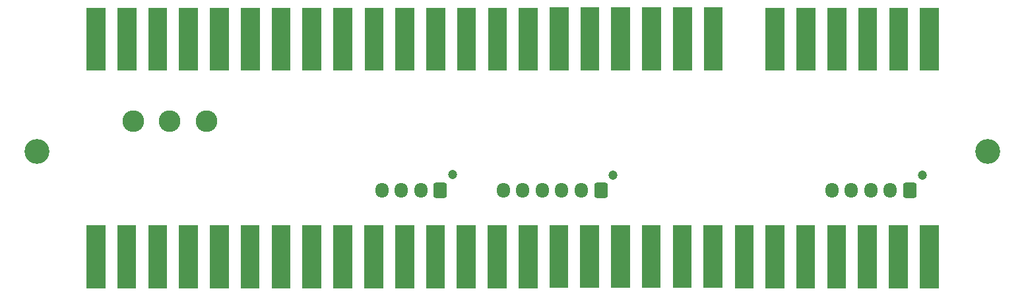
<source format=gbr>
%TF.GenerationSoftware,KiCad,Pcbnew,(6.0.8)*%
%TF.CreationDate,2022-12-30T17:29:19+02:00*%
%TF.ProjectId,mahjong_jamma_adapter,6d61686a-6f6e-4675-9f6a-616d6d615f61,rev?*%
%TF.SameCoordinates,Original*%
%TF.FileFunction,Soldermask,Bot*%
%TF.FilePolarity,Negative*%
%FSLAX46Y46*%
G04 Gerber Fmt 4.6, Leading zero omitted, Abs format (unit mm)*
G04 Created by KiCad (PCBNEW (6.0.8)) date 2022-12-30 17:29:19*
%MOMM*%
%LPD*%
G01*
G04 APERTURE LIST*
G04 Aperture macros list*
%AMRoundRect*
0 Rectangle with rounded corners*
0 $1 Rounding radius*
0 $2 $3 $4 $5 $6 $7 $8 $9 X,Y pos of 4 corners*
0 Add a 4 corners polygon primitive as box body*
4,1,4,$2,$3,$4,$5,$6,$7,$8,$9,$2,$3,0*
0 Add four circle primitives for the rounded corners*
1,1,$1+$1,$2,$3*
1,1,$1+$1,$4,$5*
1,1,$1+$1,$6,$7*
1,1,$1+$1,$8,$9*
0 Add four rect primitives between the rounded corners*
20,1,$1+$1,$2,$3,$4,$5,0*
20,1,$1+$1,$4,$5,$6,$7,0*
20,1,$1+$1,$6,$7,$8,$9,0*
20,1,$1+$1,$8,$9,$2,$3,0*%
G04 Aperture macros list end*
%ADD10C,0.100000*%
%ADD11C,1.200000*%
%ADD12RoundRect,0.250000X0.600000X0.725000X-0.600000X0.725000X-0.600000X-0.725000X0.600000X-0.725000X0*%
%ADD13O,1.700000X1.950000*%
%ADD14C,3.200000*%
%ADD15C,2.781000*%
G04 APERTURE END LIST*
%TO.C,AUDIO*%
G36*
X116228100Y-79999700D02*
G01*
X113891300Y-79999700D01*
X113891300Y-72011400D01*
X116228100Y-72011400D01*
X116228100Y-79999700D01*
G37*
D10*
X116228100Y-79999700D02*
X113891300Y-79999700D01*
X113891300Y-72011400D01*
X116228100Y-72011400D01*
X116228100Y-79999700D01*
G36*
X151912560Y-80002240D02*
G01*
X149575760Y-80002240D01*
X149575760Y-72013940D01*
X151912560Y-72013940D01*
X151912560Y-80002240D01*
G37*
X151912560Y-80002240D02*
X149575760Y-80002240D01*
X149575760Y-72013940D01*
X151912560Y-72013940D01*
X151912560Y-80002240D01*
G36*
X171676300Y-79999700D02*
G01*
X169339500Y-79999700D01*
X169339500Y-72011400D01*
X171676300Y-72011400D01*
X171676300Y-79999700D01*
G37*
X171676300Y-79999700D02*
X169339500Y-79999700D01*
X169339500Y-72011400D01*
X171676300Y-72011400D01*
X171676300Y-79999700D01*
G36*
X96403400Y-79999700D02*
G01*
X94066600Y-79999700D01*
X94066600Y-72011400D01*
X96403400Y-72011400D01*
X96403400Y-79999700D01*
G37*
X96403400Y-79999700D02*
X94066600Y-79999700D01*
X94066600Y-72011400D01*
X96403400Y-72011400D01*
X96403400Y-79999700D01*
G36*
X143952200Y-79987000D02*
G01*
X141615400Y-79987000D01*
X141615400Y-71998700D01*
X143952200Y-71998700D01*
X143952200Y-79987000D01*
G37*
X143952200Y-79987000D02*
X141615400Y-79987000D01*
X141615400Y-71998700D01*
X143952200Y-71998700D01*
X143952200Y-79987000D01*
G36*
X84541600Y-80012400D02*
G01*
X82204800Y-80012400D01*
X82204800Y-72024100D01*
X84541600Y-72024100D01*
X84541600Y-80012400D01*
G37*
X84541600Y-80012400D02*
X82204800Y-80012400D01*
X82204800Y-72024100D01*
X84541600Y-72024100D01*
X84541600Y-80012400D01*
G36*
X132065000Y-79987000D02*
G01*
X129728200Y-79987000D01*
X129728200Y-71998700D01*
X132065000Y-71998700D01*
X132065000Y-79987000D01*
G37*
X132065000Y-79987000D02*
X129728200Y-79987000D01*
X129728200Y-71998700D01*
X132065000Y-71998700D01*
X132065000Y-79987000D01*
G36*
X167701200Y-79999700D02*
G01*
X165364400Y-79999700D01*
X165364400Y-72011400D01*
X167701200Y-72011400D01*
X167701200Y-79999700D01*
G37*
X167701200Y-79999700D02*
X165364400Y-79999700D01*
X165364400Y-72011400D01*
X167701200Y-72011400D01*
X167701200Y-79999700D01*
G36*
X163751500Y-79999700D02*
G01*
X161414700Y-79999700D01*
X161414700Y-72011400D01*
X163751500Y-72011400D01*
X163751500Y-79999700D01*
G37*
X163751500Y-79999700D02*
X161414700Y-79999700D01*
X161414700Y-72011400D01*
X163751500Y-72011400D01*
X163751500Y-79999700D01*
G36*
X80566500Y-80012400D02*
G01*
X78229700Y-80012400D01*
X78229700Y-72024100D01*
X80566500Y-72024100D01*
X80566500Y-80012400D01*
G37*
X80566500Y-80012400D02*
X78229700Y-80012400D01*
X78229700Y-72024100D01*
X80566500Y-72024100D01*
X80566500Y-80012400D01*
G36*
X72654400Y-80012400D02*
G01*
X70317600Y-80012400D01*
X70317600Y-72024100D01*
X72654400Y-72024100D01*
X72654400Y-80012400D01*
G37*
X72654400Y-80012400D02*
X70317600Y-80012400D01*
X70317600Y-72024100D01*
X72654400Y-72024100D01*
X72654400Y-80012400D01*
G36*
X147901900Y-79987000D02*
G01*
X145565100Y-79987000D01*
X145565100Y-71998700D01*
X147901900Y-71998700D01*
X147901900Y-79987000D01*
G37*
X147901900Y-79987000D02*
X145565100Y-79987000D01*
X145565100Y-71998700D01*
X147901900Y-71998700D01*
X147901900Y-79987000D01*
G36*
X88491300Y-80012400D02*
G01*
X86154500Y-80012400D01*
X86154500Y-72024100D01*
X88491300Y-72024100D01*
X88491300Y-80012400D01*
G37*
X88491300Y-80012400D02*
X86154500Y-80012400D01*
X86154500Y-72024100D01*
X88491300Y-72024100D01*
X88491300Y-80012400D01*
G36*
X155839400Y-79999700D02*
G01*
X153502600Y-79999700D01*
X153502600Y-72011400D01*
X155839400Y-72011400D01*
X155839400Y-79999700D01*
G37*
X155839400Y-79999700D02*
X153502600Y-79999700D01*
X153502600Y-72011400D01*
X155839400Y-72011400D01*
X155839400Y-79999700D01*
G36*
X92453700Y-79999700D02*
G01*
X90116900Y-79999700D01*
X90116900Y-72011400D01*
X92453700Y-72011400D01*
X92453700Y-79999700D01*
G37*
X92453700Y-79999700D02*
X90116900Y-79999700D01*
X90116900Y-72011400D01*
X92453700Y-72011400D01*
X92453700Y-79999700D01*
G36*
X128115300Y-79987000D02*
G01*
X125778500Y-79987000D01*
X125778500Y-71998700D01*
X128115300Y-71998700D01*
X128115300Y-79987000D01*
G37*
X128115300Y-79987000D02*
X125778500Y-79987000D01*
X125778500Y-71998700D01*
X128115300Y-71998700D01*
X128115300Y-79987000D01*
G36*
X159789100Y-79999700D02*
G01*
X157452300Y-79999700D01*
X157452300Y-72011400D01*
X159789100Y-72011400D01*
X159789100Y-79999700D01*
G37*
X159789100Y-79999700D02*
X157452300Y-79999700D01*
X157452300Y-72011400D01*
X159789100Y-72011400D01*
X159789100Y-79999700D01*
G36*
X76616800Y-80012400D02*
G01*
X74280000Y-80012400D01*
X74280000Y-72024100D01*
X76616800Y-72024100D01*
X76616800Y-80012400D01*
G37*
X76616800Y-80012400D02*
X74280000Y-80012400D01*
X74280000Y-72024100D01*
X76616800Y-72024100D01*
X76616800Y-80012400D01*
G36*
X139977100Y-79987000D02*
G01*
X137640300Y-79987000D01*
X137640300Y-71998700D01*
X139977100Y-71998700D01*
X139977100Y-79987000D01*
G37*
X139977100Y-79987000D02*
X137640300Y-79987000D01*
X137640300Y-71998700D01*
X139977100Y-71998700D01*
X139977100Y-79987000D01*
G36*
X100365800Y-79999700D02*
G01*
X98029000Y-79999700D01*
X98029000Y-72011400D01*
X100365800Y-72011400D01*
X100365800Y-79999700D01*
G37*
X100365800Y-79999700D02*
X98029000Y-79999700D01*
X98029000Y-72011400D01*
X100365800Y-72011400D01*
X100365800Y-79999700D01*
G36*
X108316000Y-79999700D02*
G01*
X105979200Y-79999700D01*
X105979200Y-72011400D01*
X108316000Y-72011400D01*
X108316000Y-79999700D01*
G37*
X108316000Y-79999700D02*
X105979200Y-79999700D01*
X105979200Y-72011400D01*
X108316000Y-72011400D01*
X108316000Y-79999700D01*
G36*
X120203200Y-79999700D02*
G01*
X117866400Y-79999700D01*
X117866400Y-72011400D01*
X120203200Y-72011400D01*
X120203200Y-79999700D01*
G37*
X120203200Y-79999700D02*
X117866400Y-79999700D01*
X117866400Y-72011400D01*
X120203200Y-72011400D01*
X120203200Y-79999700D01*
G36*
X112278400Y-79999700D02*
G01*
X109941600Y-79999700D01*
X109941600Y-72011400D01*
X112278400Y-72011400D01*
X112278400Y-79999700D01*
G37*
X112278400Y-79999700D02*
X109941600Y-79999700D01*
X109941600Y-72011400D01*
X112278400Y-72011400D01*
X112278400Y-79999700D01*
G36*
X136027400Y-79987000D02*
G01*
X133690600Y-79987000D01*
X133690600Y-71998700D01*
X136027400Y-71998700D01*
X136027400Y-79987000D01*
G37*
X136027400Y-79987000D02*
X133690600Y-79987000D01*
X133690600Y-71998700D01*
X136027400Y-71998700D01*
X136027400Y-79987000D01*
G36*
X175626000Y-79999700D02*
G01*
X173289200Y-79999700D01*
X173289200Y-72011400D01*
X175626000Y-72011400D01*
X175626000Y-79999700D01*
G37*
X175626000Y-79999700D02*
X173289200Y-79999700D01*
X173289200Y-72011400D01*
X175626000Y-72011400D01*
X175626000Y-79999700D01*
G36*
X124152900Y-79999700D02*
G01*
X121816100Y-79999700D01*
X121816100Y-72011400D01*
X124152900Y-72011400D01*
X124152900Y-79999700D01*
G37*
X124152900Y-79999700D02*
X121816100Y-79999700D01*
X121816100Y-72011400D01*
X124152900Y-72011400D01*
X124152900Y-79999700D01*
G36*
X104366300Y-79999700D02*
G01*
X102029500Y-79999700D01*
X102029500Y-72011400D01*
X104366300Y-72011400D01*
X104366300Y-79999700D01*
G37*
X104366300Y-79999700D02*
X102029500Y-79999700D01*
X102029500Y-72011400D01*
X104366300Y-72011400D01*
X104366300Y-79999700D01*
G36*
X68704700Y-80012400D02*
G01*
X66367900Y-80012400D01*
X66367900Y-72024100D01*
X68704700Y-72024100D01*
X68704700Y-80012400D01*
G37*
X68704700Y-80012400D02*
X66367900Y-80012400D01*
X66367900Y-72024100D01*
X68704700Y-72024100D01*
X68704700Y-80012400D01*
%TO.C,J1*%
G36*
X120223200Y-51999700D02*
G01*
X117886400Y-51999700D01*
X117886400Y-44011400D01*
X120223200Y-44011400D01*
X120223200Y-51999700D01*
G37*
X120223200Y-51999700D02*
X117886400Y-51999700D01*
X117886400Y-44011400D01*
X120223200Y-44011400D01*
X120223200Y-51999700D01*
G36*
X163771500Y-51999700D02*
G01*
X161434700Y-51999700D01*
X161434700Y-44011400D01*
X163771500Y-44011400D01*
X163771500Y-51999700D01*
G37*
X163771500Y-51999700D02*
X161434700Y-51999700D01*
X161434700Y-44011400D01*
X163771500Y-44011400D01*
X163771500Y-51999700D01*
G36*
X143972200Y-51987000D02*
G01*
X141635400Y-51987000D01*
X141635400Y-43998700D01*
X143972200Y-43998700D01*
X143972200Y-51987000D01*
G37*
X143972200Y-51987000D02*
X141635400Y-51987000D01*
X141635400Y-43998700D01*
X143972200Y-43998700D01*
X143972200Y-51987000D01*
G36*
X155859400Y-51999700D02*
G01*
X153522600Y-51999700D01*
X153522600Y-44011400D01*
X155859400Y-44011400D01*
X155859400Y-51999700D01*
G37*
X155859400Y-51999700D02*
X153522600Y-51999700D01*
X153522600Y-44011400D01*
X155859400Y-44011400D01*
X155859400Y-51999700D01*
G36*
X84561600Y-52012400D02*
G01*
X82224800Y-52012400D01*
X82224800Y-44024100D01*
X84561600Y-44024100D01*
X84561600Y-52012400D01*
G37*
X84561600Y-52012400D02*
X82224800Y-52012400D01*
X82224800Y-44024100D01*
X84561600Y-44024100D01*
X84561600Y-52012400D01*
G36*
X128135300Y-51987000D02*
G01*
X125798500Y-51987000D01*
X125798500Y-43998700D01*
X128135300Y-43998700D01*
X128135300Y-51987000D01*
G37*
X128135300Y-51987000D02*
X125798500Y-51987000D01*
X125798500Y-43998700D01*
X128135300Y-43998700D01*
X128135300Y-51987000D01*
G36*
X108336000Y-51999700D02*
G01*
X105999200Y-51999700D01*
X105999200Y-44011400D01*
X108336000Y-44011400D01*
X108336000Y-51999700D01*
G37*
X108336000Y-51999700D02*
X105999200Y-51999700D01*
X105999200Y-44011400D01*
X108336000Y-44011400D01*
X108336000Y-51999700D01*
G36*
X104386300Y-51999700D02*
G01*
X102049500Y-51999700D01*
X102049500Y-44011400D01*
X104386300Y-44011400D01*
X104386300Y-51999700D01*
G37*
X104386300Y-51999700D02*
X102049500Y-51999700D01*
X102049500Y-44011400D01*
X104386300Y-44011400D01*
X104386300Y-51999700D01*
G36*
X88511300Y-52012400D02*
G01*
X86174500Y-52012400D01*
X86174500Y-44024100D01*
X88511300Y-44024100D01*
X88511300Y-52012400D01*
G37*
X88511300Y-52012400D02*
X86174500Y-52012400D01*
X86174500Y-44024100D01*
X88511300Y-44024100D01*
X88511300Y-52012400D01*
G36*
X116248100Y-51999700D02*
G01*
X113911300Y-51999700D01*
X113911300Y-44011400D01*
X116248100Y-44011400D01*
X116248100Y-51999700D01*
G37*
X116248100Y-51999700D02*
X113911300Y-51999700D01*
X113911300Y-44011400D01*
X116248100Y-44011400D01*
X116248100Y-51999700D01*
G36*
X159809100Y-51999700D02*
G01*
X157472300Y-51999700D01*
X157472300Y-44011400D01*
X159809100Y-44011400D01*
X159809100Y-51999700D01*
G37*
X159809100Y-51999700D02*
X157472300Y-51999700D01*
X157472300Y-44011400D01*
X159809100Y-44011400D01*
X159809100Y-51999700D01*
G36*
X76636800Y-52012400D02*
G01*
X74300000Y-52012400D01*
X74300000Y-44024100D01*
X76636800Y-44024100D01*
X76636800Y-52012400D01*
G37*
X76636800Y-52012400D02*
X74300000Y-52012400D01*
X74300000Y-44024100D01*
X76636800Y-44024100D01*
X76636800Y-52012400D01*
G36*
X68724700Y-52012400D02*
G01*
X66387900Y-52012400D01*
X66387900Y-44024100D01*
X68724700Y-44024100D01*
X68724700Y-52012400D01*
G37*
X68724700Y-52012400D02*
X66387900Y-52012400D01*
X66387900Y-44024100D01*
X68724700Y-44024100D01*
X68724700Y-52012400D01*
G36*
X136047400Y-51987000D02*
G01*
X133710600Y-51987000D01*
X133710600Y-43998700D01*
X136047400Y-43998700D01*
X136047400Y-51987000D01*
G37*
X136047400Y-51987000D02*
X133710600Y-51987000D01*
X133710600Y-43998700D01*
X136047400Y-43998700D01*
X136047400Y-51987000D01*
G36*
X80586500Y-52012400D02*
G01*
X78249700Y-52012400D01*
X78249700Y-44024100D01*
X80586500Y-44024100D01*
X80586500Y-52012400D01*
G37*
X80586500Y-52012400D02*
X78249700Y-52012400D01*
X78249700Y-44024100D01*
X80586500Y-44024100D01*
X80586500Y-52012400D01*
G36*
X175646000Y-51999700D02*
G01*
X173309200Y-51999700D01*
X173309200Y-44011400D01*
X175646000Y-44011400D01*
X175646000Y-51999700D01*
G37*
X175646000Y-51999700D02*
X173309200Y-51999700D01*
X173309200Y-44011400D01*
X175646000Y-44011400D01*
X175646000Y-51999700D01*
G36*
X92473700Y-51999700D02*
G01*
X90136900Y-51999700D01*
X90136900Y-44011400D01*
X92473700Y-44011400D01*
X92473700Y-51999700D01*
G37*
X92473700Y-51999700D02*
X90136900Y-51999700D01*
X90136900Y-44011400D01*
X92473700Y-44011400D01*
X92473700Y-51999700D01*
G36*
X139997100Y-51987000D02*
G01*
X137660300Y-51987000D01*
X137660300Y-43998700D01*
X139997100Y-43998700D01*
X139997100Y-51987000D01*
G37*
X139997100Y-51987000D02*
X137660300Y-51987000D01*
X137660300Y-43998700D01*
X139997100Y-43998700D01*
X139997100Y-51987000D01*
G36*
X147921900Y-51987000D02*
G01*
X145585100Y-51987000D01*
X145585100Y-43998700D01*
X147921900Y-43998700D01*
X147921900Y-51987000D01*
G37*
X147921900Y-51987000D02*
X145585100Y-51987000D01*
X145585100Y-43998700D01*
X147921900Y-43998700D01*
X147921900Y-51987000D01*
G36*
X171696300Y-51999700D02*
G01*
X169359500Y-51999700D01*
X169359500Y-44011400D01*
X171696300Y-44011400D01*
X171696300Y-51999700D01*
G37*
X171696300Y-51999700D02*
X169359500Y-51999700D01*
X169359500Y-44011400D01*
X171696300Y-44011400D01*
X171696300Y-51999700D01*
G36*
X124172900Y-51999700D02*
G01*
X121836100Y-51999700D01*
X121836100Y-44011400D01*
X124172900Y-44011400D01*
X124172900Y-51999700D01*
G37*
X124172900Y-51999700D02*
X121836100Y-51999700D01*
X121836100Y-44011400D01*
X124172900Y-44011400D01*
X124172900Y-51999700D01*
G36*
X96423400Y-51999700D02*
G01*
X94086600Y-51999700D01*
X94086600Y-44011400D01*
X96423400Y-44011400D01*
X96423400Y-51999700D01*
G37*
X96423400Y-51999700D02*
X94086600Y-51999700D01*
X94086600Y-44011400D01*
X96423400Y-44011400D01*
X96423400Y-51999700D01*
G36*
X72674400Y-52012400D02*
G01*
X70337600Y-52012400D01*
X70337600Y-44024100D01*
X72674400Y-44024100D01*
X72674400Y-52012400D01*
G37*
X72674400Y-52012400D02*
X70337600Y-52012400D01*
X70337600Y-44024100D01*
X72674400Y-44024100D01*
X72674400Y-52012400D01*
G36*
X132085000Y-51987000D02*
G01*
X129748200Y-51987000D01*
X129748200Y-43998700D01*
X132085000Y-43998700D01*
X132085000Y-51987000D01*
G37*
X132085000Y-51987000D02*
X129748200Y-51987000D01*
X129748200Y-43998700D01*
X132085000Y-43998700D01*
X132085000Y-51987000D01*
G36*
X112298400Y-51999700D02*
G01*
X109961600Y-51999700D01*
X109961600Y-44011400D01*
X112298400Y-44011400D01*
X112298400Y-51999700D01*
G37*
X112298400Y-51999700D02*
X109961600Y-51999700D01*
X109961600Y-44011400D01*
X112298400Y-44011400D01*
X112298400Y-51999700D01*
G36*
X167721200Y-51999700D02*
G01*
X165384400Y-51999700D01*
X165384400Y-44011400D01*
X167721200Y-44011400D01*
X167721200Y-51999700D01*
G37*
X167721200Y-51999700D02*
X165384400Y-51999700D01*
X165384400Y-44011400D01*
X167721200Y-44011400D01*
X167721200Y-51999700D01*
G36*
X100385800Y-51999700D02*
G01*
X98049000Y-51999700D01*
X98049000Y-44011400D01*
X100385800Y-44011400D01*
X100385800Y-51999700D01*
G37*
X100385800Y-51999700D02*
X98049000Y-51999700D01*
X98049000Y-44011400D01*
X100385800Y-44011400D01*
X100385800Y-51999700D01*
%TD*%
D11*
%TO.C,SERVICE*%
X113350000Y-65500000D03*
D12*
X111750000Y-67500000D03*
D13*
X109250000Y-67500000D03*
X106750000Y-67500000D03*
X104250000Y-67500000D03*
%TD*%
D14*
%TO.C,REF\u002A\u002A*%
X182000000Y-62500000D03*
%TD*%
%TO.C,REF\u002A\u002A*%
X60000000Y-62500000D03*
%TD*%
D11*
%TO.C,COM*%
X173600000Y-65535000D03*
D12*
X172000000Y-67535000D03*
D13*
X169500000Y-67535000D03*
X167000000Y-67535000D03*
X164500000Y-67535000D03*
X162000000Y-67535000D03*
%TD*%
D15*
%TO.C,SW1*%
X81750000Y-58600000D03*
X77050000Y-58600000D03*
X72350000Y-58600000D03*
%TD*%
D11*
%TO.C,KEY*%
X133960000Y-65535000D03*
D12*
X132360000Y-67535000D03*
D13*
X129860000Y-67535000D03*
X127360000Y-67535000D03*
X124860000Y-67535000D03*
X122360000Y-67535000D03*
X119860000Y-67535000D03*
%TD*%
M02*

</source>
